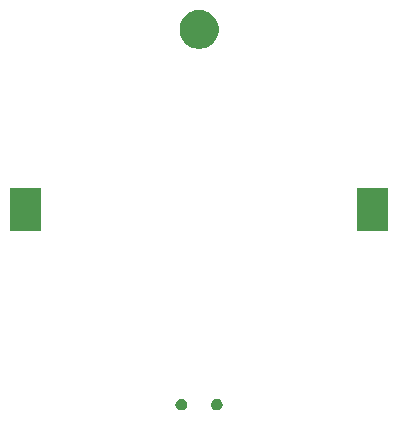
<source format=gbr>
G04 #@! TF.GenerationSoftware,KiCad,Pcbnew,(5.1.5-0-10_14)*
G04 #@! TF.CreationDate,2021-02-20T09:37:57-07:00*
G04 #@! TF.ProjectId,number_1_good_boy,6e756d62-6572-45f3-915f-676f6f645f62,rev?*
G04 #@! TF.SameCoordinates,Original*
G04 #@! TF.FileFunction,Soldermask,Bot*
G04 #@! TF.FilePolarity,Negative*
%FSLAX46Y46*%
G04 Gerber Fmt 4.6, Leading zero omitted, Abs format (unit mm)*
G04 Created by KiCad (PCBNEW (5.1.5-0-10_14)) date 2021-02-20 09:37:57*
%MOMM*%
%LPD*%
G04 APERTURE LIST*
%ADD10C,0.100000*%
G04 APERTURE END LIST*
D10*
G36*
X1597740Y-16018627D02*
G01*
X1646136Y-16028253D01*
X1683902Y-16043896D01*
X1737311Y-16066019D01*
X1737312Y-16066020D01*
X1819369Y-16120848D01*
X1889152Y-16190631D01*
X1889153Y-16190633D01*
X1943981Y-16272689D01*
X1981747Y-16363865D01*
X2001000Y-16460655D01*
X2001000Y-16559345D01*
X1981747Y-16656135D01*
X1943981Y-16747311D01*
X1943980Y-16747312D01*
X1889152Y-16829369D01*
X1819369Y-16899152D01*
X1778062Y-16926752D01*
X1737311Y-16953981D01*
X1683902Y-16976104D01*
X1646136Y-16991747D01*
X1597740Y-17001374D01*
X1549345Y-17011000D01*
X1450655Y-17011000D01*
X1402260Y-17001374D01*
X1353864Y-16991747D01*
X1316098Y-16976104D01*
X1262689Y-16953981D01*
X1221938Y-16926752D01*
X1180631Y-16899152D01*
X1110848Y-16829369D01*
X1056020Y-16747312D01*
X1056019Y-16747311D01*
X1018253Y-16656135D01*
X999000Y-16559345D01*
X999000Y-16460655D01*
X1018253Y-16363865D01*
X1056019Y-16272689D01*
X1110847Y-16190633D01*
X1110848Y-16190631D01*
X1180631Y-16120848D01*
X1262688Y-16066020D01*
X1262689Y-16066019D01*
X1316098Y-16043896D01*
X1353864Y-16028253D01*
X1402260Y-16018627D01*
X1450655Y-16009000D01*
X1549345Y-16009000D01*
X1597740Y-16018627D01*
G37*
G36*
X-1402260Y-16018627D02*
G01*
X-1353864Y-16028253D01*
X-1316098Y-16043896D01*
X-1262689Y-16066019D01*
X-1262688Y-16066020D01*
X-1180631Y-16120848D01*
X-1110848Y-16190631D01*
X-1110847Y-16190633D01*
X-1056019Y-16272689D01*
X-1018253Y-16363865D01*
X-999000Y-16460655D01*
X-999000Y-16559345D01*
X-1018253Y-16656135D01*
X-1056019Y-16747311D01*
X-1056020Y-16747312D01*
X-1110848Y-16829369D01*
X-1180631Y-16899152D01*
X-1221938Y-16926752D01*
X-1262689Y-16953981D01*
X-1316098Y-16976104D01*
X-1353864Y-16991747D01*
X-1402260Y-17001374D01*
X-1450655Y-17011000D01*
X-1549345Y-17011000D01*
X-1597740Y-17001374D01*
X-1646136Y-16991747D01*
X-1683902Y-16976104D01*
X-1737311Y-16953981D01*
X-1778062Y-16926752D01*
X-1819369Y-16899152D01*
X-1889152Y-16829369D01*
X-1943980Y-16747312D01*
X-1943981Y-16747311D01*
X-1981747Y-16656135D01*
X-2001000Y-16559345D01*
X-2001000Y-16460655D01*
X-1981747Y-16363865D01*
X-1943981Y-16272689D01*
X-1889153Y-16190633D01*
X-1889152Y-16190631D01*
X-1819369Y-16120848D01*
X-1737312Y-16066020D01*
X-1737311Y-16066019D01*
X-1683902Y-16043896D01*
X-1646136Y-16028253D01*
X-1597740Y-16018627D01*
X-1549345Y-16009000D01*
X-1450655Y-16009000D01*
X-1402260Y-16018627D01*
G37*
G36*
X16001000Y-1806000D02*
G01*
X13359000Y-1806000D01*
X13359000Y1806000D01*
X16001000Y1806000D01*
X16001000Y-1806000D01*
G37*
G36*
X-13359000Y-1806000D02*
G01*
X-16001000Y-1806000D01*
X-16001000Y1806000D01*
X-13359000Y1806000D01*
X-13359000Y-1806000D01*
G37*
G36*
X375256Y16848702D02*
G01*
X481579Y16827553D01*
X782042Y16703097D01*
X1052451Y16522415D01*
X1282415Y16292451D01*
X1463097Y16022042D01*
X1587553Y15721579D01*
X1651000Y15402609D01*
X1651000Y15077391D01*
X1587553Y14758421D01*
X1463097Y14457958D01*
X1282415Y14187549D01*
X1052451Y13957585D01*
X782042Y13776903D01*
X481579Y13652447D01*
X375256Y13631298D01*
X162611Y13589000D01*
X-162611Y13589000D01*
X-375256Y13631298D01*
X-481579Y13652447D01*
X-782042Y13776903D01*
X-1052451Y13957585D01*
X-1282415Y14187549D01*
X-1463097Y14457958D01*
X-1587553Y14758421D01*
X-1651000Y15077391D01*
X-1651000Y15402609D01*
X-1587553Y15721579D01*
X-1463097Y16022042D01*
X-1282415Y16292451D01*
X-1052451Y16522415D01*
X-782042Y16703097D01*
X-481579Y16827553D01*
X-375256Y16848702D01*
X-162611Y16891000D01*
X162611Y16891000D01*
X375256Y16848702D01*
G37*
M02*

</source>
